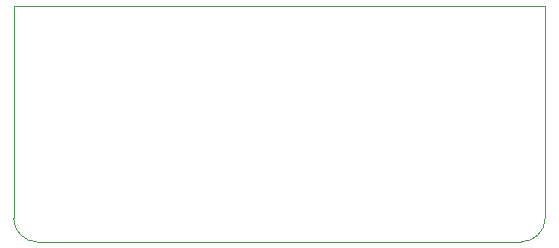
<source format=gm1>
G04 #@! TF.GenerationSoftware,KiCad,Pcbnew,8.0.7-8.0.7-0~ubuntu24.04.1*
G04 #@! TF.CreationDate,2024-12-30T22:48:23-07:00*
G04 #@! TF.ProjectId,2s 40A PSU and charger,32732034-3041-4205-9053-5520616e6420,V1*
G04 #@! TF.SameCoordinates,Original*
G04 #@! TF.FileFunction,Profile,NP*
%FSLAX46Y46*%
G04 Gerber Fmt 4.6, Leading zero omitted, Abs format (unit mm)*
G04 Created by KiCad (PCBNEW 8.0.7-8.0.7-0~ubuntu24.04.1) date 2024-12-30 22:48:23*
%MOMM*%
%LPD*%
G01*
G04 APERTURE LIST*
G04 #@! TA.AperFunction,Profile*
%ADD10C,0.050000*%
G04 #@! TD*
G04 APERTURE END LIST*
D10*
X108100000Y-130000000D02*
X108100000Y-112000000D01*
X108100000Y-112000000D02*
X153100000Y-112000000D01*
X153100000Y-130000000D02*
G75*
G02*
X151100000Y-132000000I-2000000J0D01*
G01*
X151100000Y-132000000D02*
X110100000Y-132000000D01*
X110100000Y-132000000D02*
G75*
G02*
X108100000Y-130000000I0J2000000D01*
G01*
X153100000Y-112000000D02*
X153100000Y-130000000D01*
M02*

</source>
